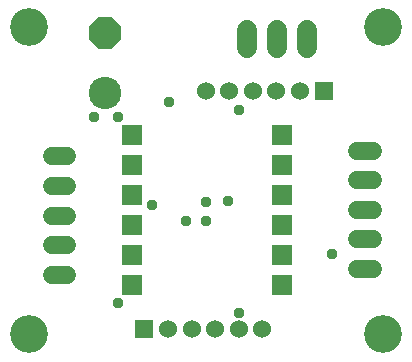
<source format=gbr>
G04 EAGLE Gerber RS-274X export*
G75*
%MOMM*%
%FSLAX34Y34*%
%LPD*%
%AMOC8*
5,1,8,0,0,1.08239X$1,22.5*%
G01*
%ADD10C,3.203200*%
%ADD11R,1.711200X1.711200*%
%ADD12R,1.524000X1.524000*%
%ADD13C,1.524000*%
%ADD14C,1.511200*%
%ADD15C,2.743200*%
%ADD16P,2.969212X8X112.500000*%
%ADD17C,1.727200*%
%ADD18C,0.959600*%


D10*
X20000Y20000D03*
X20000Y280000D03*
X320000Y20000D03*
X320000Y280000D03*
D11*
X107400Y61600D03*
X107400Y87000D03*
X107400Y112400D03*
X107400Y137800D03*
X107400Y163200D03*
X107400Y188600D03*
X234400Y61600D03*
X234400Y87000D03*
X234400Y112400D03*
X234400Y137800D03*
X234400Y163200D03*
X234400Y188600D03*
D12*
X117900Y24200D03*
D13*
X137900Y24200D03*
X157900Y24200D03*
X177900Y24200D03*
X197900Y24200D03*
X217900Y24200D03*
D14*
X52640Y170700D02*
X39560Y170700D01*
X39560Y145700D02*
X52640Y145700D01*
X52640Y120700D02*
X39560Y120700D01*
X39560Y95700D02*
X52640Y95700D01*
X52640Y70700D02*
X39560Y70700D01*
D12*
X269700Y225800D03*
D13*
X249700Y225800D03*
X229700Y225800D03*
X209700Y225800D03*
X189700Y225800D03*
X169700Y225800D03*
D14*
X298260Y175700D02*
X311340Y175700D01*
X311340Y150700D02*
X298260Y150700D01*
X298260Y125700D02*
X311340Y125700D01*
X311340Y100700D02*
X298260Y100700D01*
X298260Y75700D02*
X311340Y75700D01*
D15*
X85000Y224600D03*
D16*
X85000Y275400D03*
D17*
X255400Y277620D02*
X255400Y262380D01*
X230000Y262380D02*
X230000Y277620D01*
X204600Y277620D02*
X204600Y262380D01*
D18*
X153000Y116000D03*
X124000Y130000D03*
X170000Y132000D03*
X198000Y38000D03*
X189000Y133000D03*
X277000Y88000D03*
X96000Y47000D03*
X198000Y210000D03*
X75000Y204000D03*
X96000Y204000D03*
X170000Y116000D03*
X139000Y217000D03*
M02*

</source>
